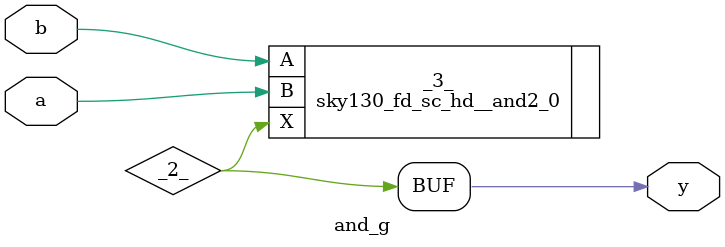
<source format=v>
/* Generated by Yosys 0.9+4274 (git sha1 e6dd4db0, gcc 9.3.0-17ubuntu1~20.04 -fPIC -Os) */

module and_g(y, a, b);
  wire _0_;
  wire _1_;
  wire _2_;
  input a;
  input b;
  output y;
  sky130_fd_sc_hd__and2_0 _3_ (
    .A(_1_),
    .B(_0_),
    .X(_2_)
  );
  assign _1_ = b;
  assign _0_ = a;
  assign y = _2_;
endmodule

</source>
